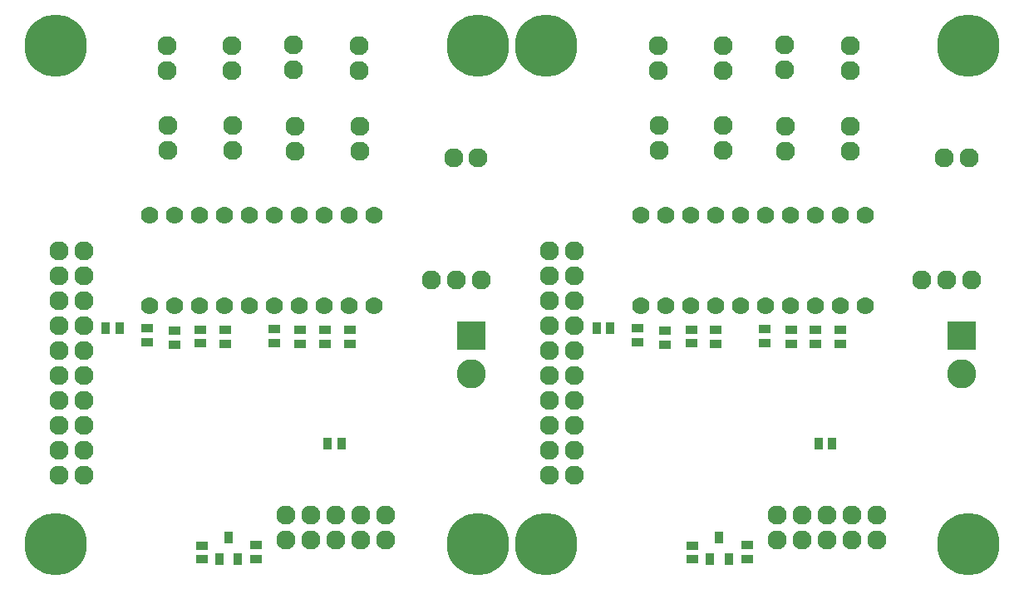
<source format=gbs>
G04 EasyPC Gerber Version 21.0.3 Build 4286 *
G04 #@! TF.Part,Single*
G04 #@! TF.FileFunction,Soldermask,Bot *
G04 #@! TF.FilePolarity,Negative *
%FSLAX45Y45*%
%MOIN*%
G04 #@! TA.AperFunction,SMDPad*
%ADD95R,0.03559X0.04937*%
%ADD28R,0.04937X0.03559*%
%ADD114R,0.03559X0.05134*%
G04 #@! TA.AperFunction,ComponentPad*
%ADD29R,0.11630X0.11630*%
%ADD74C,0.07000*%
%ADD27C,0.07693*%
%ADD72C,0.11630*%
G04 #@! TA.AperFunction,WasherPad*
%ADD26C,0.25016*%
X0Y0D02*
D02*
D26*
X18360Y39865D03*
Y239865D03*
X187691Y39865D03*
Y239865D03*
X215211Y39865D03*
Y239865D03*
X384541Y39865D03*
Y239865D03*
D02*
D27*
X19591Y67315D03*
Y77315D03*
Y87315D03*
Y97315D03*
Y107315D03*
Y117315D03*
Y127315D03*
Y137315D03*
Y147315D03*
Y157315D03*
X29591Y67315D03*
Y77315D03*
Y87315D03*
Y97315D03*
Y107315D03*
Y117315D03*
Y127315D03*
Y137315D03*
Y147315D03*
Y157315D03*
X63134Y229851D03*
Y239851D03*
X63429Y197600D03*
Y207600D03*
X89156Y229851D03*
Y239851D03*
X89335Y197644D03*
Y207644D03*
X110791Y41353D03*
Y51353D03*
X113862Y230226D03*
Y240226D03*
X114256Y197519D03*
Y207519D03*
X120791Y41353D03*
Y51353D03*
X130791Y41353D03*
Y51353D03*
X140075Y229726D03*
Y239726D03*
X140260Y197394D03*
Y207394D03*
X140791Y41353D03*
Y51353D03*
X150791Y41353D03*
Y51353D03*
X168931Y145622D03*
X178045Y194806D03*
X178931Y145622D03*
X187888Y194806D03*
X188931Y145622D03*
X216441Y67315D03*
Y77315D03*
Y87315D03*
Y97315D03*
Y107315D03*
Y117315D03*
Y127315D03*
Y137315D03*
Y147315D03*
Y157315D03*
X226441Y67315D03*
Y77315D03*
Y87315D03*
Y97315D03*
Y107315D03*
Y117315D03*
Y127315D03*
Y137315D03*
Y147315D03*
Y157315D03*
X259984Y229851D03*
Y239851D03*
X260280Y197600D03*
Y207600D03*
X286006Y229851D03*
Y239851D03*
X286185Y197644D03*
Y207644D03*
X307641Y41353D03*
Y51353D03*
X310713Y230226D03*
Y240226D03*
X311106Y197519D03*
Y207519D03*
X317641Y41353D03*
Y51353D03*
X327641Y41353D03*
Y51353D03*
X336926Y229726D03*
Y239726D03*
X337110Y197394D03*
Y207394D03*
X337641Y41353D03*
Y51353D03*
X347641Y41353D03*
Y51353D03*
X365781Y145622D03*
X374896Y194806D03*
X375781Y145622D03*
X384738Y194806D03*
X385781Y145622D03*
D02*
D28*
X55024Y120681D03*
Y126233D03*
X65988Y119796D03*
Y125347D03*
X76411Y120307D03*
Y125859D03*
X76972Y33615D03*
Y39166D03*
X86362Y120140D03*
Y125691D03*
X98843Y33713D03*
Y39264D03*
X106047Y120494D03*
Y126046D03*
X116520Y120130D03*
Y125681D03*
X126274Y120061D03*
Y125613D03*
X136313Y120209D03*
Y125760D03*
X251874Y120681D03*
Y126233D03*
X262839Y119796D03*
Y125347D03*
X273262Y120307D03*
Y125859D03*
X273823Y33615D03*
Y39166D03*
X283213Y120140D03*
Y125691D03*
X295693Y33713D03*
Y39264D03*
X302898Y120494D03*
Y126046D03*
X313370Y120130D03*
Y125681D03*
X323124Y120061D03*
Y125613D03*
X333163Y120209D03*
Y125760D03*
D02*
D29*
X184906Y123496D03*
X381756D03*
D02*
D72*
X184906Y107906D03*
X381756D03*
D02*
D74*
X56205Y135317D03*
Y171617D03*
X66205Y135317D03*
Y171617D03*
X76205Y135317D03*
Y171617D03*
X86205Y135317D03*
Y171617D03*
X96205Y135317D03*
Y171617D03*
X106205Y135317D03*
Y171617D03*
X116205Y135317D03*
Y171617D03*
X126205Y135317D03*
Y171617D03*
X136205Y135317D03*
Y171617D03*
X146205Y135317D03*
Y171617D03*
X253055Y135317D03*
Y171617D03*
X263055Y135317D03*
Y171617D03*
X273055Y135317D03*
Y171617D03*
X283055Y135317D03*
Y171617D03*
X293055Y135317D03*
Y171617D03*
X303055Y135317D03*
Y171617D03*
X313055Y135317D03*
Y171617D03*
X323055Y135317D03*
Y171617D03*
X333055Y135317D03*
Y171617D03*
X343055Y135317D03*
Y171617D03*
D02*
D95*
X38444Y126241D03*
X43995D03*
X127465Y80160D03*
X133016D03*
X235294Y126241D03*
X240846D03*
X324315Y80160D03*
X329866D03*
D02*
D114*
X83921Y33585D03*
X87701Y42246D03*
X91480Y33585D03*
X280772D03*
X284551Y42246D03*
X288331Y33585D03*
X0Y0D02*
M02*

</source>
